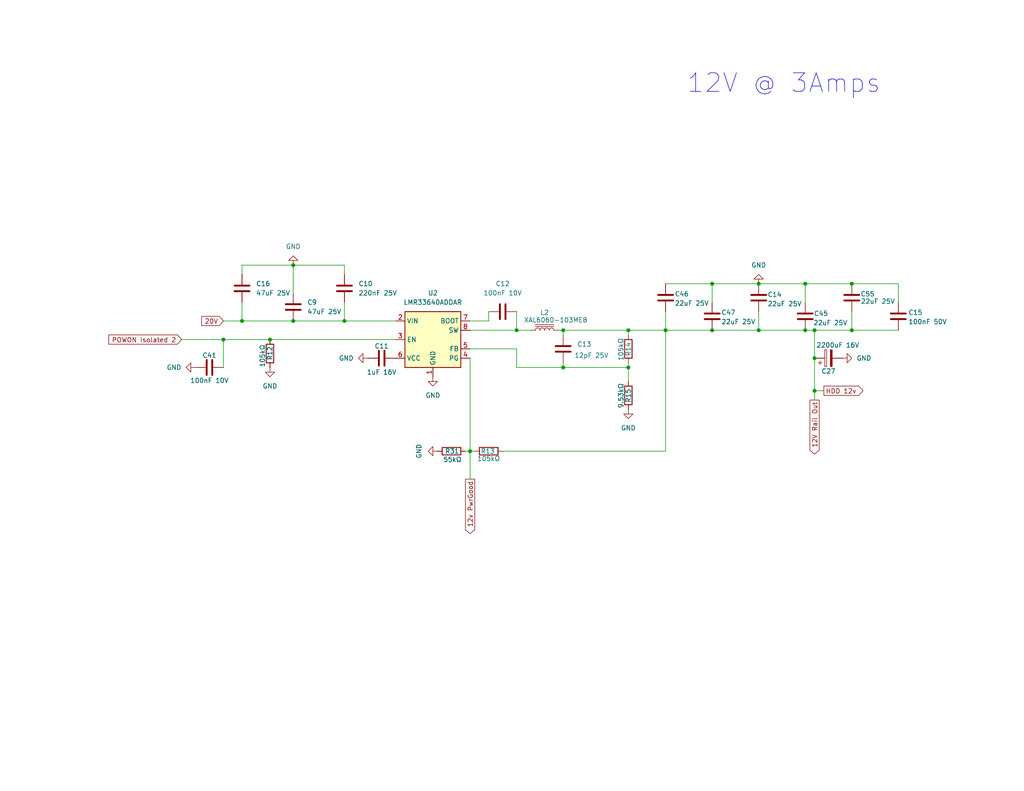
<source format=kicad_sch>
(kicad_sch (version 20250114) (generator "eeschema") (generator_version "9.0")
  (paper "USLetter")
  (title_block (title "pXu") (date "2025-01-02") (rev "1") (company "Andr0"))
  (lib_symbols
    (symbol "Device:C" (pin_numbers (hide yes)) (pin_names (offset 0.254))
      (property "Reference" "C" (at 0.635 2.54 0))
      (property "Value" "C" (at 0.635 -2.54 0))
      (symbol "C_0_1"
        (polyline (pts (xy -2.032 0.762) (xy 2.032 0.762)) (stroke (width 0.508)))
        (polyline (pts (xy -2.032 -0.762) (xy 2.032 -0.762)) (stroke (width 0.508)))
      )
      (symbol "C_1_1"
        (pin passive line (at 0 3.81 270) (length 2.794) (name "~") (number "1"))
        (pin passive line (at 0 -3.81 90) (length 2.794) (name "~") (number "2"))
      )
    )
    (symbol "Device:C_Polarized" (pin_numbers (hide yes)) (pin_names (offset 0.254))
      (property "Reference" "C" (at 0.635 2.54 0))
      (property "Value" "C_Polarized" (at 0.635 -2.54 0))
      (symbol "C_Polarized_0_1"
        (rectangle (start -2.286 0.508) (end 2.286 1.016))
        (polyline (pts (xy -1.778 2.286) (xy -0.762 2.286)))
        (polyline (pts (xy -1.27 2.794) (xy -1.27 1.778)))
        (rectangle (start 2.286 -0.508) (end -2.286 -1.016) (fill (type outline)))
      )
      (symbol "C_Polarized_1_1"
        (pin passive line (at 0 3.81 270) (length 2.794) (name "~") (number "1"))
        (pin passive line (at 0 -3.81 90) (length 2.794) (name "~") (number "2"))
      )
    )
    (symbol "Device:L_Iron" (pin_numbers (hide yes)) (pin_names (offset 1.016) (hide yes))
      (property "Reference" "L" (at -1.27 0 90))
      (property "Value" "L_Iron" (at 2.794 0 90))
      (symbol "L_Iron_0_1"
        (arc (start 0 2.54) (mid 0.6323 1.905) (end 0 1.27))
        (arc (start 0 1.27) (mid 0.6323 0.635) (end 0 0))
        (arc (start 0 0) (mid 0.6323 -0.635) (end 0 -1.27))
        (arc (start 0 -1.27) (mid 0.6323 -1.905) (end 0 -2.54))
        (polyline (pts (xy 1.016 2.54) (xy 1.016 -2.54)))
        (polyline (pts (xy 1.524 -2.54) (xy 1.524 2.54)))
      )
      (symbol "L_Iron_1_1"
        (pin passive line (at 0 3.81 270) (length 1.27) (name "1") (number "1"))
        (pin passive line (at 0 -3.81 90) (length 1.27) (name "2") (number "2"))
      )
    )
    (symbol "Device:R" (pin_numbers (hide yes)) (pin_names (offset 0))
      (property "Reference" "R" (at 2.032 0 90))
      (property "Value" "R" (at 0 0 90))
      (symbol "R_0_1"
        (rectangle (start -1.016 -2.54) (end 1.016 2.54) (stroke (width 0.254)))
      )
      (symbol "R_1_1"
        (pin passive line (at 0 3.81 270) (length 1.27) (name "~") (number "1"))
        (pin passive line (at 0 -3.81 90) (length 1.27) (name "~") (number "2"))
      )
    )
    (symbol "Regulator_Switching:LMR33640ADDA"
      (property "Reference" "U" (at 0 11.43 0))
      (property "Value" "LMR33640ADDA" (at 0 8.89 0))
      (symbol "LMR33640ADDA_0_1"
        (rectangle (start -7.62 7.62) (end 7.62 -7.62) (stroke (width 0.254)) (fill (type background)))
      )
      (symbol "LMR33640ADDA_1_1"
        (pin power_in line (at -10.16 5.08 0) (length 2.54) (name "VIN") (number "2"))
        (pin input line (at -10.16 0 0) (length 2.54) (name "EN") (number "3"))
        (pin power_out line (at -10.16 -5.08 0) (length 2.54) (name "VCC") (number "6"))
        (pin power_in line (at 0 -10.16 90) (length 2.54) (name "GND") (number "1"))
        (pin passive line (at 0 -10.16 90) (length 2.54) (hide yes) (name "GND") (number "9"))
        (pin input line (at 10.16 5.08 180) (length 2.54) (name "BOOT") (number "7"))
        (pin output line (at 10.16 2.54 180) (length 2.54) (name "SW") (number "8"))
        (pin input line (at 10.16 -2.54 180) (length 2.54) (name "FB") (number "5"))
        (pin open_collector line (at 10.16 -5.08 180) (length 2.54) (name "PG") (number "4"))
      )
    )
    (symbol "power:GND" (power) (pin_numbers (hide yes)) (pin_names (offset 0) (hide yes))
      (property "Value" "GND" (at 0 -3.81 0))
      (symbol "GND_0_1"
        (polyline (pts (xy 0 0) (xy 0 -1.27) (xy 1.27 -1.27) (xy 0 -2.54) (xy -1.27 -1.27) (xy 0 -1.27)))
      )
      (symbol "GND_1_1"
        (pin power_in line (at 0 0 270) (length 0) (name "~") (number "1"))
      )
    )
  )
  (text "12V @ 3Amps" (exclude_from_sim yes) (at 213.868 22.86 0) (effects (font (size 5.08 5.08))))
  (junction (at 194.31 90.17))
  (junction (at 219.71 90.17))
  (junction (at 207.01 90.17))
  (junction (at 222.25 97.79))
  (junction (at 66.04 87.63))
  (junction (at 171.45 90.17))
  (junction (at 171.45 100.33))
  (junction (at 181.61 90.17))
  (junction (at 80.01 72.39))
  (junction (at 222.25 106.68))
  (junction (at 153.67 90.17))
  (junction (at 232.41 90.17))
  (junction (at 80.01 87.63))
  (junction (at 128.27 123.19))
  (junction (at 153.67 100.33))
  (junction (at 219.71 77.47))
  (junction (at 222.25 90.17))
  (junction (at 73.66 92.71))
  (junction (at 194.31 77.47))
  (junction (at 232.41 77.47))
  (junction (at 60.96 92.71))
  (junction (at 207.01 77.47))
  (junction (at 140.97 90.17))
  (junction (at 93.98 87.63))
  (wire (pts (xy 232.41 85.09) (xy 232.41 90.17)))
  (wire (pts (xy 73.66 92.71) (xy 107.95 92.71)))
  (wire (pts (xy 129.54 123.19) (xy 128.27 123.19)))
  (wire (pts (xy 171.45 91.44) (xy 171.45 90.17)))
  (wire (pts (xy 219.71 90.17) (xy 222.25 90.17)))
  (wire (pts (xy 232.41 90.17) (xy 245.11 90.17)))
  (wire (pts (xy 152.4 90.17) (xy 153.67 90.17)))
  (wire (pts (xy 207.01 77.47) (xy 219.71 77.47)))
  (wire (pts (xy 49.53 92.71) (xy 60.96 92.71)))
  (wire (pts (xy 245.11 77.47) (xy 232.41 77.47)))
  (wire (pts (xy 60.96 92.71) (xy 73.66 92.71)))
  (wire (pts (xy 140.97 90.17) (xy 144.78 90.17)))
  (wire (pts (xy 133.35 87.63) (xy 128.27 87.63)))
  (wire (pts (xy 80.01 87.63) (xy 93.98 87.63)))
  (wire (pts (xy 137.16 123.19) (xy 181.61 123.19)))
  (wire (pts (xy 194.31 77.47) (xy 194.31 82.55)))
  (wire (pts (xy 66.04 87.63) (xy 80.01 87.63)))
  (wire (pts (xy 181.61 85.09) (xy 181.61 90.17)))
  (wire (pts (xy 181.61 77.47) (xy 194.31 77.47)))
  (wire (pts (xy 219.71 77.47) (xy 232.41 77.47)))
  (wire (pts (xy 93.98 74.93) (xy 93.98 72.39)))
  (wire (pts (xy 66.04 72.39) (xy 80.01 72.39)))
  (wire (pts (xy 66.04 82.55) (xy 66.04 87.63)))
  (wire (pts (xy 207.01 90.17) (xy 219.71 90.17)))
  (wire (pts (xy 153.67 90.17) (xy 171.45 90.17)))
  (wire (pts (xy 127 123.19) (xy 128.27 123.19)))
  (wire (pts (xy 171.45 90.17) (xy 181.61 90.17)))
  (wire (pts (xy 181.61 90.17) (xy 194.31 90.17)))
  (wire (pts (xy 128.27 123.19) (xy 128.27 130.81)))
  (wire (pts (xy 93.98 82.55) (xy 93.98 87.63)))
  (wire (pts (xy 80.01 72.39) (xy 93.98 72.39)))
  (wire (pts (xy 128.27 97.79) (xy 128.27 123.19)))
  (wire (pts (xy 194.31 77.47) (xy 207.01 77.47)))
  (wire (pts (xy 153.67 99.06) (xy 153.67 100.33)))
  (wire (pts (xy 222.25 90.17) (xy 222.25 97.79)))
  (wire (pts (xy 80.01 72.39) (xy 80.01 80.01)))
  (wire (pts (xy 66.04 74.93) (xy 66.04 72.39)))
  (wire (pts (xy 153.67 90.17) (xy 153.67 91.44)))
  (wire (pts (xy 60.96 92.71) (xy 60.96 100.33)))
  (wire (pts (xy 140.97 95.25) (xy 140.97 100.33)))
  (wire (pts (xy 128.27 95.25) (xy 140.97 95.25)))
  (wire (pts (xy 222.25 97.79) (xy 222.25 106.68)))
  (wire (pts (xy 93.98 87.63) (xy 107.95 87.63)))
  (wire (pts (xy 222.25 106.68) (xy 222.25 109.22)))
  (wire (pts (xy 181.61 123.19) (xy 181.61 90.17)))
  (wire (pts (xy 222.25 106.68) (xy 224.79 106.68)))
  (wire (pts (xy 171.45 100.33) (xy 171.45 104.14)))
  (wire (pts (xy 140.97 85.09) (xy 140.97 90.17)))
  (wire (pts (xy 207.01 85.09) (xy 207.01 90.17)))
  (wire (pts (xy 245.11 82.55) (xy 245.11 77.47)))
  (wire (pts (xy 140.97 100.33) (xy 153.67 100.33)))
  (wire (pts (xy 219.71 77.47) (xy 219.71 82.55)))
  (wire (pts (xy 194.31 90.17) (xy 207.01 90.17)))
  (wire (pts (xy 128.27 90.17) (xy 140.97 90.17)))
  (wire (pts (xy 171.45 99.06) (xy 171.45 100.33)))
  (wire (pts (xy 60.96 87.63) (xy 66.04 87.63)))
  (wire (pts (xy 222.25 90.17) (xy 232.41 90.17)))
  (wire (pts (xy 153.67 100.33) (xy 171.45 100.33)))
  (wire (pts (xy 133.35 85.09) (xy 133.35 87.63)))
  (global_label "20V" (shape input) (at 60.96 87.63 180) (property "Intersheetrefs" "${INTERSHEET_REFS}" (effects (hide yes))))
  (global_label "HDD 12v" (shape output) (at 224.79 106.68 0) (property "Intersheetrefs" "${INTERSHEET_REFS}" (effects (hide yes))))
  (global_label "12v PwrGood" (shape output) (at 128.27 130.81 270) (property "Intersheetrefs" "${INTERSHEET_REFS}" (effects (hide yes))))
  (global_label "POWON Isolated 2" (shape input) (at 49.53 92.71 180) (property "Intersheetrefs" "${INTERSHEET_REFS}" (effects (hide yes))))
  (global_label "12V Rail Out" (shape output) (at 222.25 109.22 270) (property "Intersheetrefs" "${INTERSHEET_REFS}" (effects (hide yes))))
  (symbol (lib_id "Device:R") (at 123.19 123.19 90) (unit 1)
    (property "Reference" "R31" (at 121.412 123.19 90) (effects (justify right)))
    (property "Value" "55kΩ" (at 120.904 125.476 90) (effects (justify right)))
    (property "Footprint" "Resistor_SMD:R_0603_1608Metric_Pad0.98x0.95mm_HandSolder" (effects (hide yes)))
    (property "Description" "Resistor" (effects (hide yes)))
  )
  (symbol (lib_id "power:GND") (at 229.87 97.79 90) (unit 1)
    (property "Reference" "#PWR010" (effects (hide yes)))
    (property "Value" "GND" (at 233.68 97.7899 90) (effects (justify right)))
    (property "Description" "Power symbol creates a global label with name \"GND\" , ground" (effects (hide yes)))
  )
  (symbol (lib_id "Device:C") (at 66.04 78.74 0) (unit 1)
    (property "Reference" "C16" (at 69.85 77.4699 0) (effects (justify left)))
    (property "Value" "47uF 25V" (at 69.85 80.0099 0) (effects (justify left)))
    (property "Footprint" "Capacitor_SMD:C_1210_3225Metric_Pad1.33x2.70mm_HandSolder" (effects (hide yes)))
    (property "Description" "Unpolarized capacitor" (effects (hide yes)))
  )
  (symbol (lib_id "Device:C") (at 219.71 86.36 0) (unit 1)
    (property "Reference" "C45" (at 224.028 85.598 0))
    (property "Value" "22uF 25V" (at 226.568 88.138 0))
    (property "Footprint" "Capacitor_SMD:C_0805_2012Metric_Pad1.18x1.45mm_HandSolder" (effects (hide yes)))
    (property "Description" "Unpolarized capacitor" (effects (hide yes)))
  )
  (symbol (lib_id "power:GND") (at 119.38 123.19 270) (unit 1)
    (property "Reference" "#PWR039" (effects (hide yes)))
    (property "Value" "GND" (at 114.3 123.19 0))
    (property "Description" "Power symbol creates a global label with name \"GND\" , ground" (effects (hide yes)))
  )
  (symbol (lib_id "power:GND") (at 207.01 77.47 180) (unit 1)
    (property "Reference" "#PWR011" (effects (hide yes)))
    (property "Value" "GND" (at 207.01 72.39 0))
    (property "Description" "Power symbol creates a global label with name \"GND\" , ground" (effects (hide yes)))
  )
  (symbol (lib_id "Device:R") (at 133.35 123.19 90) (unit 1)
    (property "Reference" "R13" (at 133.096 123.19 90))
    (property "Value" "105kΩ" (at 133.35 125.222 90))
    (property "Footprint" "Resistor_SMD:R_0603_1608Metric_Pad0.98x0.95mm_HandSolder" (effects (hide yes)))
    (property "Description" "Resistor" (effects (hide yes)))
  )
  (symbol (lib_id "Device:C") (at 153.67 95.25 180) (unit 1)
    (property "Reference" "C13" (at 157.48 93.9799 0) (effects (justify right)))
    (property "Value" "12pF 25V" (at 156.718 97.028 0) (effects (justify right)))
    (property "Footprint" "Capacitor_SMD:C_0603_1608Metric_Pad1.08x0.95mm_HandSolder" (effects (hide yes)))
    (property "Description" "Unpolarized capacitor" (effects (hide yes)))
  )
  (symbol (lib_id "Device:R") (at 73.66 96.52 180) (unit 1)
    (property "Reference" "R12" (at 73.66 94.488 90) (effects (justify left)))
    (property "Value" "105kΩ" (at 71.628 93.98 90) (effects (justify left)))
    (property "Footprint" "Resistor_SMD:R_0603_1608Metric_Pad0.98x0.95mm_HandSolder" (effects (hide yes)))
    (property "Description" "Resistor" (effects (hide yes)))
  )
  (symbol (lib_id "Device:C_Polarized") (at 226.06 97.79 90) (unit 1)
    (property "Reference" "C27" (at 226.06 101.346 90))
    (property "Value" "2200uF 16V" (at 228.6 94.234 90))
    (property "Footprint" "Capacitor_THT:CP_Radial_D10.0mm_P5.00mm" (effects (hide yes)))
    (property "Description" "Polarized capacitor" (effects (hide yes)))
  )
  (symbol (lib_id "Device:R") (at 171.45 95.25 180) (unit 1)
    (property "Reference" "R14" (at 171.45 97.282 90) (effects (justify right)))
    (property "Value" "105kΩ" (at 169.418 98.552 90) (effects (justify right)))
    (property "Footprint" "Resistor_SMD:R_0603_1608Metric_Pad0.98x0.95mm_HandSolder" (effects (hide yes)))
    (property "Description" "Resistor" (effects (hide yes)))
  )
  (symbol (lib_id "Device:C") (at 93.98 78.74 0) (unit 1)
    (property "Reference" "C10" (at 97.79 77.4699 0) (effects (justify left)))
    (property "Value" "220nF 25V" (at 97.79 80.0099 0) (effects (justify left)))
    (property "Footprint" "Capacitor_SMD:C_0805_2012Metric_Pad1.18x1.45mm_HandSolder" (effects (hide yes)))
    (property "Description" "Unpolarized capacitor" (effects (hide yes)))
  )
  (symbol (lib_id "Device:C") (at 104.14 97.79 90) (unit 1)
    (property "Reference" "C11" (at 104.14 94.488 90))
    (property "Value" "1uF 16V" (at 104.14 101.6 90))
    (property "Footprint" "Capacitor_SMD:C_0603_1608Metric_Pad1.08x0.95mm_HandSolder" (effects (hide yes)))
    (property "Description" "Unpolarized capacitor" (effects (hide yes)))
  )
  (symbol (lib_id "Device:L_Iron") (at 148.59 90.17 90) (unit 1)
    (property "Reference" "L2" (at 148.59 85.344 90))
    (property "Value" "XAL6060-103MEB" (at 151.638 87.376 90))
    (property "Footprint" "Inductor_SMD:L_6.3x6.3_H3" (effects (hide yes)))
    (property "Description" "Inductor with iron core" (effects (hide yes)))
    (property "Part#" "XAL6060-682MEB" (effects (hide yes)))
  )
  (symbol (lib_id "Device:C") (at 194.31 86.36 0) (unit 1)
    (property "Reference" "C47" (at 196.8036 85.3102 0) (effects (justify left)))
    (property "Value" "22uF 25V" (at 196.8036 87.8502 0) (effects (justify left)))
    (property "Footprint" "Capacitor_SMD:C_0805_2012Metric_Pad1.18x1.45mm_HandSolder" (effects (hide yes)))
    (property "Description" "Unpolarized capacitor" (effects (hide yes)))
  )
  (symbol (lib_id "power:GND") (at 118.11 102.87 0) (unit 1)
    (property "Reference" "#PWR047" (effects (hide yes)))
    (property "Value" "GND" (at 118.11 107.95 0))
    (property "Description" "Power symbol creates a global label with name \"GND\" , ground" (effects (hide yes)))
  )
  (symbol (lib_id "Device:C") (at 232.41 81.28 180) (unit 1)
    (property "Reference" "C55" (at 236.728 80.264 0))
    (property "Value" "22uF 25V" (at 239.522 82.296 0))
    (property "Footprint" "Capacitor_SMD:C_0805_2012Metric_Pad1.18x1.45mm_HandSolder" (effects (hide yes)))
    (property "Description" "Unpolarized capacitor" (effects (hide yes)))
  )
  (symbol (lib_id "Device:C") (at 207.01 81.28 0) (unit 1)
    (property "Reference" "C14" (at 209.4121 80.4096 0) (effects (justify left)))
    (property "Value" "22uF 25V" (at 209.4121 82.9496 0) (effects (justify left)))
    (property "Footprint" "Capacitor_SMD:C_0805_2012Metric_Pad1.18x1.45mm_HandSolder" (effects (hide yes)))
    (property "Description" "Unpolarized capacitor" (effects (hide yes)))
  )
  (symbol (lib_id "Regulator_Switching:LMR33640ADDA") (at 118.11 92.71 0) (unit 1)
    (property "Reference" "U2" (at 118.11 80.01 0))
    (property "Value" "LMR33640ADDAR" (at 118.11 82.55 0))
    (property "Footprint" "Package_SO:Texas_HSOP-8-1EP_3.9x4.9mm_P1.27mm_ThermalVias" (effects (hide yes)))
    (property "Datasheet" "http://www.ti.com/lit/ds/symlink/lmr33640.pdf" (effects (hide yes)))
    (property "Description" "Simple Switcher Synchronous Buck Regulator, Vin=3.8-36V, Iout=4A, F=400kHz, Adjustable output voltage, HSOP-8" (effects (hide yes)))
  )
  (symbol (lib_id "Device:C") (at 137.16 85.09 90) (unit 1)
    (property "Reference" "C12" (at 137.16 77.47 90))
    (property "Value" "100nF 10V" (at 137.16 80.01 90))
    (property "Footprint" "Capacitor_SMD:C_0603_1608Metric_Pad1.08x0.95mm_HandSolder" (effects (hide yes)))
    (property "Description" "Unpolarized capacitor" (effects (hide yes)))
  )
  (symbol (lib_id "Device:R") (at 171.45 107.95 180) (unit 1)
    (property "Reference" "R15" (at 171.45 109.982 90) (effects (justify right)))
    (property "Value" "9.53kΩ" (at 169.418 111.506 90) (effects (justify right)))
    (property "Footprint" "Resistor_SMD:R_0603_1608Metric_Pad0.98x0.95mm_HandSolder" (effects (hide yes)))
    (property "Description" "Resistor" (effects (hide yes)))
  )
  (symbol (lib_id "power:GND") (at 53.34 100.33 270) (unit 1)
    (property "Reference" "#PWR043" (effects (hide yes)))
    (property "Value" "GND" (at 49.53 100.3299 90) (effects (justify right)))
    (property "Description" "Power symbol creates a global label with name \"GND\" , ground" (effects (hide yes)))
  )
  (symbol (lib_id "Device:C") (at 57.15 100.33 90) (unit 1)
    (property "Reference" "C41" (at 57.15 97.028 90))
    (property "Value" "100nF 10V" (at 57.15 103.886 90))
    (property "Footprint" "Capacitor_SMD:C_0603_1608Metric_Pad1.08x0.95mm_HandSolder" (effects (hide yes)))
    (property "Description" "Unpolarized capacitor" (effects (hide yes)))
  )
  (symbol (lib_id "Device:C") (at 245.11 86.36 180) (unit 1)
    (property "Reference" "C15" (at 247.828 85.318 0) (effects (justify right)))
    (property "Value" "100nF 50V" (at 247.828 87.858 0) (effects (justify right)))
    (property "Footprint" "Capacitor_SMD:C_0603_1608Metric_Pad1.08x0.95mm_HandSolder" (effects (hide yes)))
    (property "Description" "Unpolarized capacitor" (effects (hide yes)))
  )
  (symbol (lib_id "power:GND") (at 80.01 72.39 180) (unit 1)
    (property "Reference" "#PWR045" (effects (hide yes)))
    (property "Value" "GND" (at 80.01 67.31 0))
    (property "Description" "Power symbol creates a global label with name \"GND\" , ground" (effects (hide yes)))
  )
  (symbol (lib_id "power:GND") (at 171.45 111.76 0) (unit 1)
    (property "Reference" "#PWR049" (effects (hide yes)))
    (property "Value" "GND" (at 171.45 116.84 0))
    (property "Description" "Power symbol creates a global label with name \"GND\" , ground" (effects (hide yes)))
  )
  (symbol (lib_id "Device:C") (at 181.61 81.28 0) (unit 1)
    (property "Reference" "C46" (at 184.0875 80.2661 0) (effects (justify left)))
    (property "Value" "22uF 25V" (at 184.0875 82.8061 0) (effects (justify left)))
    (property "Footprint" "Capacitor_SMD:C_0805_2012Metric_Pad1.18x1.45mm_HandSolder" (effects (hide yes)))
    (property "Description" "Unpolarized capacitor" (effects (hide yes)))
  )
  (symbol (lib_id "power:GND") (at 100.33 97.79 270) (unit 1)
    (property "Reference" "#PWR051" (effects (hide yes)))
    (property "Value" "GND" (at 96.52 97.7899 90) (effects (justify right)))
    (property "Description" "Power symbol creates a global label with name \"GND\" , ground" (effects (hide yes)))
  )
  (symbol (lib_id "Device:C") (at 80.01 83.82 0) (unit 1)
    (property "Reference" "C9" (at 83.82 82.5499 0) (effects (justify left)))
    (property "Value" "47uF 25V" (at 83.82 85.0899 0) (effects (justify left)))
    (property "Footprint" "Capacitor_SMD:C_1210_3225Metric_Pad1.33x2.70mm_HandSolder" (effects (hide yes)))
    (property "Description" "Unpolarized capacitor" (effects (hide yes)))
  )
  (symbol (lib_id "power:GND") (at 73.66 100.33 0) (unit 1)
    (property "Reference" "#PWR046" (effects (hide yes)))
    (property "Value" "GND" (at 73.66 105.41 0))
    (property "Description" "Power symbol creates a global label with name \"GND\" , ground" (effects (hide yes)))
  )
)
</source>
